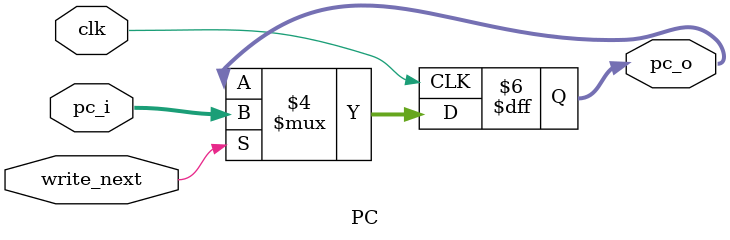
<source format=v>
module PC(clk,write_next,pc_i,pc_o);

	input   clk;
	input   write_next;
	input  [31:0] pc_i;

	output reg [31:0] pc_o;

  initial
  begin
    pc_o=32'h0000_3000;
  end
	
	always@(negedge clk)
	begin
		if(write_next)
		  begin
		  pc_o <= pc_i;
	    end
	  else
	    begin
	      pc_o<=pc_o;
	    end
	end
endmodule
	

</source>
